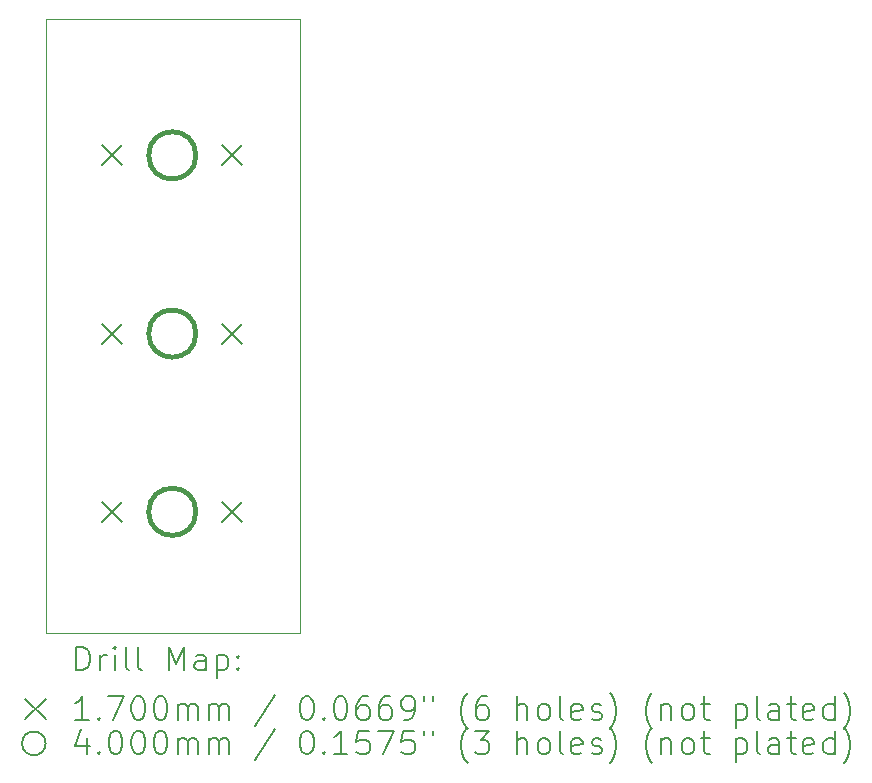
<source format=gbr>
%TF.GenerationSoftware,KiCad,Pcbnew,8.0.6*%
%TF.CreationDate,2024-10-21T23:56:26-04:00*%
%TF.ProjectId,Hackpad,4861636b-7061-4642-9e6b-696361645f70,rev?*%
%TF.SameCoordinates,Original*%
%TF.FileFunction,Drillmap*%
%TF.FilePolarity,Positive*%
%FSLAX45Y45*%
G04 Gerber Fmt 4.5, Leading zero omitted, Abs format (unit mm)*
G04 Created by KiCad (PCBNEW 8.0.6) date 2024-10-21 23:56:26*
%MOMM*%
%LPD*%
G01*
G04 APERTURE LIST*
%ADD10C,0.050000*%
%ADD11C,0.200000*%
%ADD12C,0.170000*%
%ADD13C,0.400000*%
G04 APERTURE END LIST*
D10*
X14550000Y-5600000D02*
X16700000Y-5600000D01*
X16700000Y-10800000D01*
X14550000Y-10800000D01*
X14550000Y-5600000D01*
D11*
D12*
X15027100Y-6669000D02*
X15197100Y-6839000D01*
X15197100Y-6669000D02*
X15027100Y-6839000D01*
X15027100Y-8178000D02*
X15197100Y-8348000D01*
X15197100Y-8178000D02*
X15027100Y-8348000D01*
X15027100Y-9687000D02*
X15197100Y-9857000D01*
X15197100Y-9687000D02*
X15027100Y-9857000D01*
X16043100Y-6669000D02*
X16213100Y-6839000D01*
X16213100Y-6669000D02*
X16043100Y-6839000D01*
X16043100Y-8178000D02*
X16213100Y-8348000D01*
X16213100Y-8178000D02*
X16043100Y-8348000D01*
X16043100Y-9687000D02*
X16213100Y-9857000D01*
X16213100Y-9687000D02*
X16043100Y-9857000D01*
D13*
X15820100Y-6754000D02*
G75*
G02*
X15420100Y-6754000I-200000J0D01*
G01*
X15420100Y-6754000D02*
G75*
G02*
X15820100Y-6754000I200000J0D01*
G01*
X15820100Y-8263000D02*
G75*
G02*
X15420100Y-8263000I-200000J0D01*
G01*
X15420100Y-8263000D02*
G75*
G02*
X15820100Y-8263000I200000J0D01*
G01*
X15820100Y-9772000D02*
G75*
G02*
X15420100Y-9772000I-200000J0D01*
G01*
X15420100Y-9772000D02*
G75*
G02*
X15820100Y-9772000I200000J0D01*
G01*
D11*
X14808277Y-11113984D02*
X14808277Y-10913984D01*
X14808277Y-10913984D02*
X14855896Y-10913984D01*
X14855896Y-10913984D02*
X14884467Y-10923508D01*
X14884467Y-10923508D02*
X14903515Y-10942555D01*
X14903515Y-10942555D02*
X14913039Y-10961603D01*
X14913039Y-10961603D02*
X14922562Y-10999698D01*
X14922562Y-10999698D02*
X14922562Y-11028270D01*
X14922562Y-11028270D02*
X14913039Y-11066365D01*
X14913039Y-11066365D02*
X14903515Y-11085412D01*
X14903515Y-11085412D02*
X14884467Y-11104460D01*
X14884467Y-11104460D02*
X14855896Y-11113984D01*
X14855896Y-11113984D02*
X14808277Y-11113984D01*
X15008277Y-11113984D02*
X15008277Y-10980650D01*
X15008277Y-11018746D02*
X15017801Y-10999698D01*
X15017801Y-10999698D02*
X15027324Y-10990174D01*
X15027324Y-10990174D02*
X15046372Y-10980650D01*
X15046372Y-10980650D02*
X15065420Y-10980650D01*
X15132086Y-11113984D02*
X15132086Y-10980650D01*
X15132086Y-10913984D02*
X15122562Y-10923508D01*
X15122562Y-10923508D02*
X15132086Y-10933031D01*
X15132086Y-10933031D02*
X15141610Y-10923508D01*
X15141610Y-10923508D02*
X15132086Y-10913984D01*
X15132086Y-10913984D02*
X15132086Y-10933031D01*
X15255896Y-11113984D02*
X15236848Y-11104460D01*
X15236848Y-11104460D02*
X15227324Y-11085412D01*
X15227324Y-11085412D02*
X15227324Y-10913984D01*
X15360658Y-11113984D02*
X15341610Y-11104460D01*
X15341610Y-11104460D02*
X15332086Y-11085412D01*
X15332086Y-11085412D02*
X15332086Y-10913984D01*
X15589229Y-11113984D02*
X15589229Y-10913984D01*
X15589229Y-10913984D02*
X15655896Y-11056841D01*
X15655896Y-11056841D02*
X15722562Y-10913984D01*
X15722562Y-10913984D02*
X15722562Y-11113984D01*
X15903515Y-11113984D02*
X15903515Y-11009222D01*
X15903515Y-11009222D02*
X15893991Y-10990174D01*
X15893991Y-10990174D02*
X15874943Y-10980650D01*
X15874943Y-10980650D02*
X15836848Y-10980650D01*
X15836848Y-10980650D02*
X15817801Y-10990174D01*
X15903515Y-11104460D02*
X15884467Y-11113984D01*
X15884467Y-11113984D02*
X15836848Y-11113984D01*
X15836848Y-11113984D02*
X15817801Y-11104460D01*
X15817801Y-11104460D02*
X15808277Y-11085412D01*
X15808277Y-11085412D02*
X15808277Y-11066365D01*
X15808277Y-11066365D02*
X15817801Y-11047317D01*
X15817801Y-11047317D02*
X15836848Y-11037793D01*
X15836848Y-11037793D02*
X15884467Y-11037793D01*
X15884467Y-11037793D02*
X15903515Y-11028270D01*
X15998753Y-10980650D02*
X15998753Y-11180650D01*
X15998753Y-10990174D02*
X16017801Y-10980650D01*
X16017801Y-10980650D02*
X16055896Y-10980650D01*
X16055896Y-10980650D02*
X16074943Y-10990174D01*
X16074943Y-10990174D02*
X16084467Y-10999698D01*
X16084467Y-10999698D02*
X16093991Y-11018746D01*
X16093991Y-11018746D02*
X16093991Y-11075889D01*
X16093991Y-11075889D02*
X16084467Y-11094936D01*
X16084467Y-11094936D02*
X16074943Y-11104460D01*
X16074943Y-11104460D02*
X16055896Y-11113984D01*
X16055896Y-11113984D02*
X16017801Y-11113984D01*
X16017801Y-11113984D02*
X15998753Y-11104460D01*
X16179705Y-11094936D02*
X16189229Y-11104460D01*
X16189229Y-11104460D02*
X16179705Y-11113984D01*
X16179705Y-11113984D02*
X16170182Y-11104460D01*
X16170182Y-11104460D02*
X16179705Y-11094936D01*
X16179705Y-11094936D02*
X16179705Y-11113984D01*
X16179705Y-10990174D02*
X16189229Y-10999698D01*
X16189229Y-10999698D02*
X16179705Y-11009222D01*
X16179705Y-11009222D02*
X16170182Y-10999698D01*
X16170182Y-10999698D02*
X16179705Y-10990174D01*
X16179705Y-10990174D02*
X16179705Y-11009222D01*
D12*
X14377500Y-11357500D02*
X14547500Y-11527500D01*
X14547500Y-11357500D02*
X14377500Y-11527500D01*
D11*
X14913039Y-11533984D02*
X14798753Y-11533984D01*
X14855896Y-11533984D02*
X14855896Y-11333984D01*
X14855896Y-11333984D02*
X14836848Y-11362555D01*
X14836848Y-11362555D02*
X14817801Y-11381603D01*
X14817801Y-11381603D02*
X14798753Y-11391127D01*
X14998753Y-11514936D02*
X15008277Y-11524460D01*
X15008277Y-11524460D02*
X14998753Y-11533984D01*
X14998753Y-11533984D02*
X14989229Y-11524460D01*
X14989229Y-11524460D02*
X14998753Y-11514936D01*
X14998753Y-11514936D02*
X14998753Y-11533984D01*
X15074943Y-11333984D02*
X15208277Y-11333984D01*
X15208277Y-11333984D02*
X15122562Y-11533984D01*
X15322562Y-11333984D02*
X15341610Y-11333984D01*
X15341610Y-11333984D02*
X15360658Y-11343508D01*
X15360658Y-11343508D02*
X15370182Y-11353031D01*
X15370182Y-11353031D02*
X15379705Y-11372079D01*
X15379705Y-11372079D02*
X15389229Y-11410174D01*
X15389229Y-11410174D02*
X15389229Y-11457793D01*
X15389229Y-11457793D02*
X15379705Y-11495888D01*
X15379705Y-11495888D02*
X15370182Y-11514936D01*
X15370182Y-11514936D02*
X15360658Y-11524460D01*
X15360658Y-11524460D02*
X15341610Y-11533984D01*
X15341610Y-11533984D02*
X15322562Y-11533984D01*
X15322562Y-11533984D02*
X15303515Y-11524460D01*
X15303515Y-11524460D02*
X15293991Y-11514936D01*
X15293991Y-11514936D02*
X15284467Y-11495888D01*
X15284467Y-11495888D02*
X15274943Y-11457793D01*
X15274943Y-11457793D02*
X15274943Y-11410174D01*
X15274943Y-11410174D02*
X15284467Y-11372079D01*
X15284467Y-11372079D02*
X15293991Y-11353031D01*
X15293991Y-11353031D02*
X15303515Y-11343508D01*
X15303515Y-11343508D02*
X15322562Y-11333984D01*
X15513039Y-11333984D02*
X15532086Y-11333984D01*
X15532086Y-11333984D02*
X15551134Y-11343508D01*
X15551134Y-11343508D02*
X15560658Y-11353031D01*
X15560658Y-11353031D02*
X15570182Y-11372079D01*
X15570182Y-11372079D02*
X15579705Y-11410174D01*
X15579705Y-11410174D02*
X15579705Y-11457793D01*
X15579705Y-11457793D02*
X15570182Y-11495888D01*
X15570182Y-11495888D02*
X15560658Y-11514936D01*
X15560658Y-11514936D02*
X15551134Y-11524460D01*
X15551134Y-11524460D02*
X15532086Y-11533984D01*
X15532086Y-11533984D02*
X15513039Y-11533984D01*
X15513039Y-11533984D02*
X15493991Y-11524460D01*
X15493991Y-11524460D02*
X15484467Y-11514936D01*
X15484467Y-11514936D02*
X15474943Y-11495888D01*
X15474943Y-11495888D02*
X15465420Y-11457793D01*
X15465420Y-11457793D02*
X15465420Y-11410174D01*
X15465420Y-11410174D02*
X15474943Y-11372079D01*
X15474943Y-11372079D02*
X15484467Y-11353031D01*
X15484467Y-11353031D02*
X15493991Y-11343508D01*
X15493991Y-11343508D02*
X15513039Y-11333984D01*
X15665420Y-11533984D02*
X15665420Y-11400650D01*
X15665420Y-11419698D02*
X15674943Y-11410174D01*
X15674943Y-11410174D02*
X15693991Y-11400650D01*
X15693991Y-11400650D02*
X15722563Y-11400650D01*
X15722563Y-11400650D02*
X15741610Y-11410174D01*
X15741610Y-11410174D02*
X15751134Y-11429222D01*
X15751134Y-11429222D02*
X15751134Y-11533984D01*
X15751134Y-11429222D02*
X15760658Y-11410174D01*
X15760658Y-11410174D02*
X15779705Y-11400650D01*
X15779705Y-11400650D02*
X15808277Y-11400650D01*
X15808277Y-11400650D02*
X15827324Y-11410174D01*
X15827324Y-11410174D02*
X15836848Y-11429222D01*
X15836848Y-11429222D02*
X15836848Y-11533984D01*
X15932086Y-11533984D02*
X15932086Y-11400650D01*
X15932086Y-11419698D02*
X15941610Y-11410174D01*
X15941610Y-11410174D02*
X15960658Y-11400650D01*
X15960658Y-11400650D02*
X15989229Y-11400650D01*
X15989229Y-11400650D02*
X16008277Y-11410174D01*
X16008277Y-11410174D02*
X16017801Y-11429222D01*
X16017801Y-11429222D02*
X16017801Y-11533984D01*
X16017801Y-11429222D02*
X16027324Y-11410174D01*
X16027324Y-11410174D02*
X16046372Y-11400650D01*
X16046372Y-11400650D02*
X16074943Y-11400650D01*
X16074943Y-11400650D02*
X16093991Y-11410174D01*
X16093991Y-11410174D02*
X16103515Y-11429222D01*
X16103515Y-11429222D02*
X16103515Y-11533984D01*
X16493991Y-11324460D02*
X16322563Y-11581603D01*
X16751134Y-11333984D02*
X16770182Y-11333984D01*
X16770182Y-11333984D02*
X16789229Y-11343508D01*
X16789229Y-11343508D02*
X16798753Y-11353031D01*
X16798753Y-11353031D02*
X16808277Y-11372079D01*
X16808277Y-11372079D02*
X16817801Y-11410174D01*
X16817801Y-11410174D02*
X16817801Y-11457793D01*
X16817801Y-11457793D02*
X16808277Y-11495888D01*
X16808277Y-11495888D02*
X16798753Y-11514936D01*
X16798753Y-11514936D02*
X16789229Y-11524460D01*
X16789229Y-11524460D02*
X16770182Y-11533984D01*
X16770182Y-11533984D02*
X16751134Y-11533984D01*
X16751134Y-11533984D02*
X16732086Y-11524460D01*
X16732086Y-11524460D02*
X16722563Y-11514936D01*
X16722563Y-11514936D02*
X16713039Y-11495888D01*
X16713039Y-11495888D02*
X16703515Y-11457793D01*
X16703515Y-11457793D02*
X16703515Y-11410174D01*
X16703515Y-11410174D02*
X16713039Y-11372079D01*
X16713039Y-11372079D02*
X16722563Y-11353031D01*
X16722563Y-11353031D02*
X16732086Y-11343508D01*
X16732086Y-11343508D02*
X16751134Y-11333984D01*
X16903515Y-11514936D02*
X16913039Y-11524460D01*
X16913039Y-11524460D02*
X16903515Y-11533984D01*
X16903515Y-11533984D02*
X16893991Y-11524460D01*
X16893991Y-11524460D02*
X16903515Y-11514936D01*
X16903515Y-11514936D02*
X16903515Y-11533984D01*
X17036848Y-11333984D02*
X17055896Y-11333984D01*
X17055896Y-11333984D02*
X17074944Y-11343508D01*
X17074944Y-11343508D02*
X17084468Y-11353031D01*
X17084468Y-11353031D02*
X17093991Y-11372079D01*
X17093991Y-11372079D02*
X17103515Y-11410174D01*
X17103515Y-11410174D02*
X17103515Y-11457793D01*
X17103515Y-11457793D02*
X17093991Y-11495888D01*
X17093991Y-11495888D02*
X17084468Y-11514936D01*
X17084468Y-11514936D02*
X17074944Y-11524460D01*
X17074944Y-11524460D02*
X17055896Y-11533984D01*
X17055896Y-11533984D02*
X17036848Y-11533984D01*
X17036848Y-11533984D02*
X17017801Y-11524460D01*
X17017801Y-11524460D02*
X17008277Y-11514936D01*
X17008277Y-11514936D02*
X16998753Y-11495888D01*
X16998753Y-11495888D02*
X16989229Y-11457793D01*
X16989229Y-11457793D02*
X16989229Y-11410174D01*
X16989229Y-11410174D02*
X16998753Y-11372079D01*
X16998753Y-11372079D02*
X17008277Y-11353031D01*
X17008277Y-11353031D02*
X17017801Y-11343508D01*
X17017801Y-11343508D02*
X17036848Y-11333984D01*
X17274944Y-11333984D02*
X17236848Y-11333984D01*
X17236848Y-11333984D02*
X17217801Y-11343508D01*
X17217801Y-11343508D02*
X17208277Y-11353031D01*
X17208277Y-11353031D02*
X17189229Y-11381603D01*
X17189229Y-11381603D02*
X17179706Y-11419698D01*
X17179706Y-11419698D02*
X17179706Y-11495888D01*
X17179706Y-11495888D02*
X17189229Y-11514936D01*
X17189229Y-11514936D02*
X17198753Y-11524460D01*
X17198753Y-11524460D02*
X17217801Y-11533984D01*
X17217801Y-11533984D02*
X17255896Y-11533984D01*
X17255896Y-11533984D02*
X17274944Y-11524460D01*
X17274944Y-11524460D02*
X17284468Y-11514936D01*
X17284468Y-11514936D02*
X17293991Y-11495888D01*
X17293991Y-11495888D02*
X17293991Y-11448269D01*
X17293991Y-11448269D02*
X17284468Y-11429222D01*
X17284468Y-11429222D02*
X17274944Y-11419698D01*
X17274944Y-11419698D02*
X17255896Y-11410174D01*
X17255896Y-11410174D02*
X17217801Y-11410174D01*
X17217801Y-11410174D02*
X17198753Y-11419698D01*
X17198753Y-11419698D02*
X17189229Y-11429222D01*
X17189229Y-11429222D02*
X17179706Y-11448269D01*
X17465420Y-11333984D02*
X17427325Y-11333984D01*
X17427325Y-11333984D02*
X17408277Y-11343508D01*
X17408277Y-11343508D02*
X17398753Y-11353031D01*
X17398753Y-11353031D02*
X17379706Y-11381603D01*
X17379706Y-11381603D02*
X17370182Y-11419698D01*
X17370182Y-11419698D02*
X17370182Y-11495888D01*
X17370182Y-11495888D02*
X17379706Y-11514936D01*
X17379706Y-11514936D02*
X17389229Y-11524460D01*
X17389229Y-11524460D02*
X17408277Y-11533984D01*
X17408277Y-11533984D02*
X17446372Y-11533984D01*
X17446372Y-11533984D02*
X17465420Y-11524460D01*
X17465420Y-11524460D02*
X17474944Y-11514936D01*
X17474944Y-11514936D02*
X17484468Y-11495888D01*
X17484468Y-11495888D02*
X17484468Y-11448269D01*
X17484468Y-11448269D02*
X17474944Y-11429222D01*
X17474944Y-11429222D02*
X17465420Y-11419698D01*
X17465420Y-11419698D02*
X17446372Y-11410174D01*
X17446372Y-11410174D02*
X17408277Y-11410174D01*
X17408277Y-11410174D02*
X17389229Y-11419698D01*
X17389229Y-11419698D02*
X17379706Y-11429222D01*
X17379706Y-11429222D02*
X17370182Y-11448269D01*
X17579706Y-11533984D02*
X17617801Y-11533984D01*
X17617801Y-11533984D02*
X17636849Y-11524460D01*
X17636849Y-11524460D02*
X17646372Y-11514936D01*
X17646372Y-11514936D02*
X17665420Y-11486365D01*
X17665420Y-11486365D02*
X17674944Y-11448269D01*
X17674944Y-11448269D02*
X17674944Y-11372079D01*
X17674944Y-11372079D02*
X17665420Y-11353031D01*
X17665420Y-11353031D02*
X17655896Y-11343508D01*
X17655896Y-11343508D02*
X17636849Y-11333984D01*
X17636849Y-11333984D02*
X17598753Y-11333984D01*
X17598753Y-11333984D02*
X17579706Y-11343508D01*
X17579706Y-11343508D02*
X17570182Y-11353031D01*
X17570182Y-11353031D02*
X17560658Y-11372079D01*
X17560658Y-11372079D02*
X17560658Y-11419698D01*
X17560658Y-11419698D02*
X17570182Y-11438746D01*
X17570182Y-11438746D02*
X17579706Y-11448269D01*
X17579706Y-11448269D02*
X17598753Y-11457793D01*
X17598753Y-11457793D02*
X17636849Y-11457793D01*
X17636849Y-11457793D02*
X17655896Y-11448269D01*
X17655896Y-11448269D02*
X17665420Y-11438746D01*
X17665420Y-11438746D02*
X17674944Y-11419698D01*
X17751134Y-11333984D02*
X17751134Y-11372079D01*
X17827325Y-11333984D02*
X17827325Y-11372079D01*
X18122563Y-11610174D02*
X18113039Y-11600650D01*
X18113039Y-11600650D02*
X18093991Y-11572079D01*
X18093991Y-11572079D02*
X18084468Y-11553031D01*
X18084468Y-11553031D02*
X18074944Y-11524460D01*
X18074944Y-11524460D02*
X18065420Y-11476841D01*
X18065420Y-11476841D02*
X18065420Y-11438746D01*
X18065420Y-11438746D02*
X18074944Y-11391127D01*
X18074944Y-11391127D02*
X18084468Y-11362555D01*
X18084468Y-11362555D02*
X18093991Y-11343508D01*
X18093991Y-11343508D02*
X18113039Y-11314936D01*
X18113039Y-11314936D02*
X18122563Y-11305412D01*
X18284468Y-11333984D02*
X18246372Y-11333984D01*
X18246372Y-11333984D02*
X18227325Y-11343508D01*
X18227325Y-11343508D02*
X18217801Y-11353031D01*
X18217801Y-11353031D02*
X18198753Y-11381603D01*
X18198753Y-11381603D02*
X18189230Y-11419698D01*
X18189230Y-11419698D02*
X18189230Y-11495888D01*
X18189230Y-11495888D02*
X18198753Y-11514936D01*
X18198753Y-11514936D02*
X18208277Y-11524460D01*
X18208277Y-11524460D02*
X18227325Y-11533984D01*
X18227325Y-11533984D02*
X18265420Y-11533984D01*
X18265420Y-11533984D02*
X18284468Y-11524460D01*
X18284468Y-11524460D02*
X18293991Y-11514936D01*
X18293991Y-11514936D02*
X18303515Y-11495888D01*
X18303515Y-11495888D02*
X18303515Y-11448269D01*
X18303515Y-11448269D02*
X18293991Y-11429222D01*
X18293991Y-11429222D02*
X18284468Y-11419698D01*
X18284468Y-11419698D02*
X18265420Y-11410174D01*
X18265420Y-11410174D02*
X18227325Y-11410174D01*
X18227325Y-11410174D02*
X18208277Y-11419698D01*
X18208277Y-11419698D02*
X18198753Y-11429222D01*
X18198753Y-11429222D02*
X18189230Y-11448269D01*
X18541611Y-11533984D02*
X18541611Y-11333984D01*
X18627325Y-11533984D02*
X18627325Y-11429222D01*
X18627325Y-11429222D02*
X18617801Y-11410174D01*
X18617801Y-11410174D02*
X18598753Y-11400650D01*
X18598753Y-11400650D02*
X18570182Y-11400650D01*
X18570182Y-11400650D02*
X18551134Y-11410174D01*
X18551134Y-11410174D02*
X18541611Y-11419698D01*
X18751134Y-11533984D02*
X18732087Y-11524460D01*
X18732087Y-11524460D02*
X18722563Y-11514936D01*
X18722563Y-11514936D02*
X18713039Y-11495888D01*
X18713039Y-11495888D02*
X18713039Y-11438746D01*
X18713039Y-11438746D02*
X18722563Y-11419698D01*
X18722563Y-11419698D02*
X18732087Y-11410174D01*
X18732087Y-11410174D02*
X18751134Y-11400650D01*
X18751134Y-11400650D02*
X18779706Y-11400650D01*
X18779706Y-11400650D02*
X18798753Y-11410174D01*
X18798753Y-11410174D02*
X18808277Y-11419698D01*
X18808277Y-11419698D02*
X18817801Y-11438746D01*
X18817801Y-11438746D02*
X18817801Y-11495888D01*
X18817801Y-11495888D02*
X18808277Y-11514936D01*
X18808277Y-11514936D02*
X18798753Y-11524460D01*
X18798753Y-11524460D02*
X18779706Y-11533984D01*
X18779706Y-11533984D02*
X18751134Y-11533984D01*
X18932087Y-11533984D02*
X18913039Y-11524460D01*
X18913039Y-11524460D02*
X18903515Y-11505412D01*
X18903515Y-11505412D02*
X18903515Y-11333984D01*
X19084468Y-11524460D02*
X19065420Y-11533984D01*
X19065420Y-11533984D02*
X19027325Y-11533984D01*
X19027325Y-11533984D02*
X19008277Y-11524460D01*
X19008277Y-11524460D02*
X18998753Y-11505412D01*
X18998753Y-11505412D02*
X18998753Y-11429222D01*
X18998753Y-11429222D02*
X19008277Y-11410174D01*
X19008277Y-11410174D02*
X19027325Y-11400650D01*
X19027325Y-11400650D02*
X19065420Y-11400650D01*
X19065420Y-11400650D02*
X19084468Y-11410174D01*
X19084468Y-11410174D02*
X19093992Y-11429222D01*
X19093992Y-11429222D02*
X19093992Y-11448269D01*
X19093992Y-11448269D02*
X18998753Y-11467317D01*
X19170182Y-11524460D02*
X19189230Y-11533984D01*
X19189230Y-11533984D02*
X19227325Y-11533984D01*
X19227325Y-11533984D02*
X19246373Y-11524460D01*
X19246373Y-11524460D02*
X19255896Y-11505412D01*
X19255896Y-11505412D02*
X19255896Y-11495888D01*
X19255896Y-11495888D02*
X19246373Y-11476841D01*
X19246373Y-11476841D02*
X19227325Y-11467317D01*
X19227325Y-11467317D02*
X19198753Y-11467317D01*
X19198753Y-11467317D02*
X19179706Y-11457793D01*
X19179706Y-11457793D02*
X19170182Y-11438746D01*
X19170182Y-11438746D02*
X19170182Y-11429222D01*
X19170182Y-11429222D02*
X19179706Y-11410174D01*
X19179706Y-11410174D02*
X19198753Y-11400650D01*
X19198753Y-11400650D02*
X19227325Y-11400650D01*
X19227325Y-11400650D02*
X19246373Y-11410174D01*
X19322563Y-11610174D02*
X19332087Y-11600650D01*
X19332087Y-11600650D02*
X19351134Y-11572079D01*
X19351134Y-11572079D02*
X19360658Y-11553031D01*
X19360658Y-11553031D02*
X19370182Y-11524460D01*
X19370182Y-11524460D02*
X19379706Y-11476841D01*
X19379706Y-11476841D02*
X19379706Y-11438746D01*
X19379706Y-11438746D02*
X19370182Y-11391127D01*
X19370182Y-11391127D02*
X19360658Y-11362555D01*
X19360658Y-11362555D02*
X19351134Y-11343508D01*
X19351134Y-11343508D02*
X19332087Y-11314936D01*
X19332087Y-11314936D02*
X19322563Y-11305412D01*
X19684468Y-11610174D02*
X19674944Y-11600650D01*
X19674944Y-11600650D02*
X19655896Y-11572079D01*
X19655896Y-11572079D02*
X19646373Y-11553031D01*
X19646373Y-11553031D02*
X19636849Y-11524460D01*
X19636849Y-11524460D02*
X19627325Y-11476841D01*
X19627325Y-11476841D02*
X19627325Y-11438746D01*
X19627325Y-11438746D02*
X19636849Y-11391127D01*
X19636849Y-11391127D02*
X19646373Y-11362555D01*
X19646373Y-11362555D02*
X19655896Y-11343508D01*
X19655896Y-11343508D02*
X19674944Y-11314936D01*
X19674944Y-11314936D02*
X19684468Y-11305412D01*
X19760658Y-11400650D02*
X19760658Y-11533984D01*
X19760658Y-11419698D02*
X19770182Y-11410174D01*
X19770182Y-11410174D02*
X19789230Y-11400650D01*
X19789230Y-11400650D02*
X19817801Y-11400650D01*
X19817801Y-11400650D02*
X19836849Y-11410174D01*
X19836849Y-11410174D02*
X19846373Y-11429222D01*
X19846373Y-11429222D02*
X19846373Y-11533984D01*
X19970182Y-11533984D02*
X19951134Y-11524460D01*
X19951134Y-11524460D02*
X19941611Y-11514936D01*
X19941611Y-11514936D02*
X19932087Y-11495888D01*
X19932087Y-11495888D02*
X19932087Y-11438746D01*
X19932087Y-11438746D02*
X19941611Y-11419698D01*
X19941611Y-11419698D02*
X19951134Y-11410174D01*
X19951134Y-11410174D02*
X19970182Y-11400650D01*
X19970182Y-11400650D02*
X19998754Y-11400650D01*
X19998754Y-11400650D02*
X20017801Y-11410174D01*
X20017801Y-11410174D02*
X20027325Y-11419698D01*
X20027325Y-11419698D02*
X20036849Y-11438746D01*
X20036849Y-11438746D02*
X20036849Y-11495888D01*
X20036849Y-11495888D02*
X20027325Y-11514936D01*
X20027325Y-11514936D02*
X20017801Y-11524460D01*
X20017801Y-11524460D02*
X19998754Y-11533984D01*
X19998754Y-11533984D02*
X19970182Y-11533984D01*
X20093992Y-11400650D02*
X20170182Y-11400650D01*
X20122563Y-11333984D02*
X20122563Y-11505412D01*
X20122563Y-11505412D02*
X20132087Y-11524460D01*
X20132087Y-11524460D02*
X20151134Y-11533984D01*
X20151134Y-11533984D02*
X20170182Y-11533984D01*
X20389230Y-11400650D02*
X20389230Y-11600650D01*
X20389230Y-11410174D02*
X20408277Y-11400650D01*
X20408277Y-11400650D02*
X20446373Y-11400650D01*
X20446373Y-11400650D02*
X20465420Y-11410174D01*
X20465420Y-11410174D02*
X20474944Y-11419698D01*
X20474944Y-11419698D02*
X20484468Y-11438746D01*
X20484468Y-11438746D02*
X20484468Y-11495888D01*
X20484468Y-11495888D02*
X20474944Y-11514936D01*
X20474944Y-11514936D02*
X20465420Y-11524460D01*
X20465420Y-11524460D02*
X20446373Y-11533984D01*
X20446373Y-11533984D02*
X20408277Y-11533984D01*
X20408277Y-11533984D02*
X20389230Y-11524460D01*
X20598754Y-11533984D02*
X20579706Y-11524460D01*
X20579706Y-11524460D02*
X20570182Y-11505412D01*
X20570182Y-11505412D02*
X20570182Y-11333984D01*
X20760658Y-11533984D02*
X20760658Y-11429222D01*
X20760658Y-11429222D02*
X20751135Y-11410174D01*
X20751135Y-11410174D02*
X20732087Y-11400650D01*
X20732087Y-11400650D02*
X20693992Y-11400650D01*
X20693992Y-11400650D02*
X20674944Y-11410174D01*
X20760658Y-11524460D02*
X20741611Y-11533984D01*
X20741611Y-11533984D02*
X20693992Y-11533984D01*
X20693992Y-11533984D02*
X20674944Y-11524460D01*
X20674944Y-11524460D02*
X20665420Y-11505412D01*
X20665420Y-11505412D02*
X20665420Y-11486365D01*
X20665420Y-11486365D02*
X20674944Y-11467317D01*
X20674944Y-11467317D02*
X20693992Y-11457793D01*
X20693992Y-11457793D02*
X20741611Y-11457793D01*
X20741611Y-11457793D02*
X20760658Y-11448269D01*
X20827325Y-11400650D02*
X20903515Y-11400650D01*
X20855896Y-11333984D02*
X20855896Y-11505412D01*
X20855896Y-11505412D02*
X20865420Y-11524460D01*
X20865420Y-11524460D02*
X20884468Y-11533984D01*
X20884468Y-11533984D02*
X20903515Y-11533984D01*
X21046373Y-11524460D02*
X21027325Y-11533984D01*
X21027325Y-11533984D02*
X20989230Y-11533984D01*
X20989230Y-11533984D02*
X20970182Y-11524460D01*
X20970182Y-11524460D02*
X20960658Y-11505412D01*
X20960658Y-11505412D02*
X20960658Y-11429222D01*
X20960658Y-11429222D02*
X20970182Y-11410174D01*
X20970182Y-11410174D02*
X20989230Y-11400650D01*
X20989230Y-11400650D02*
X21027325Y-11400650D01*
X21027325Y-11400650D02*
X21046373Y-11410174D01*
X21046373Y-11410174D02*
X21055896Y-11429222D01*
X21055896Y-11429222D02*
X21055896Y-11448269D01*
X21055896Y-11448269D02*
X20960658Y-11467317D01*
X21227325Y-11533984D02*
X21227325Y-11333984D01*
X21227325Y-11524460D02*
X21208277Y-11533984D01*
X21208277Y-11533984D02*
X21170182Y-11533984D01*
X21170182Y-11533984D02*
X21151135Y-11524460D01*
X21151135Y-11524460D02*
X21141611Y-11514936D01*
X21141611Y-11514936D02*
X21132087Y-11495888D01*
X21132087Y-11495888D02*
X21132087Y-11438746D01*
X21132087Y-11438746D02*
X21141611Y-11419698D01*
X21141611Y-11419698D02*
X21151135Y-11410174D01*
X21151135Y-11410174D02*
X21170182Y-11400650D01*
X21170182Y-11400650D02*
X21208277Y-11400650D01*
X21208277Y-11400650D02*
X21227325Y-11410174D01*
X21303516Y-11610174D02*
X21313039Y-11600650D01*
X21313039Y-11600650D02*
X21332087Y-11572079D01*
X21332087Y-11572079D02*
X21341611Y-11553031D01*
X21341611Y-11553031D02*
X21351135Y-11524460D01*
X21351135Y-11524460D02*
X21360658Y-11476841D01*
X21360658Y-11476841D02*
X21360658Y-11438746D01*
X21360658Y-11438746D02*
X21351135Y-11391127D01*
X21351135Y-11391127D02*
X21341611Y-11362555D01*
X21341611Y-11362555D02*
X21332087Y-11343508D01*
X21332087Y-11343508D02*
X21313039Y-11314936D01*
X21313039Y-11314936D02*
X21303516Y-11305412D01*
X14547500Y-11732500D02*
G75*
G02*
X14347500Y-11732500I-100000J0D01*
G01*
X14347500Y-11732500D02*
G75*
G02*
X14547500Y-11732500I100000J0D01*
G01*
X14893991Y-11690650D02*
X14893991Y-11823984D01*
X14846372Y-11614460D02*
X14798753Y-11757317D01*
X14798753Y-11757317D02*
X14922562Y-11757317D01*
X14998753Y-11804936D02*
X15008277Y-11814460D01*
X15008277Y-11814460D02*
X14998753Y-11823984D01*
X14998753Y-11823984D02*
X14989229Y-11814460D01*
X14989229Y-11814460D02*
X14998753Y-11804936D01*
X14998753Y-11804936D02*
X14998753Y-11823984D01*
X15132086Y-11623984D02*
X15151134Y-11623984D01*
X15151134Y-11623984D02*
X15170182Y-11633508D01*
X15170182Y-11633508D02*
X15179705Y-11643031D01*
X15179705Y-11643031D02*
X15189229Y-11662079D01*
X15189229Y-11662079D02*
X15198753Y-11700174D01*
X15198753Y-11700174D02*
X15198753Y-11747793D01*
X15198753Y-11747793D02*
X15189229Y-11785888D01*
X15189229Y-11785888D02*
X15179705Y-11804936D01*
X15179705Y-11804936D02*
X15170182Y-11814460D01*
X15170182Y-11814460D02*
X15151134Y-11823984D01*
X15151134Y-11823984D02*
X15132086Y-11823984D01*
X15132086Y-11823984D02*
X15113039Y-11814460D01*
X15113039Y-11814460D02*
X15103515Y-11804936D01*
X15103515Y-11804936D02*
X15093991Y-11785888D01*
X15093991Y-11785888D02*
X15084467Y-11747793D01*
X15084467Y-11747793D02*
X15084467Y-11700174D01*
X15084467Y-11700174D02*
X15093991Y-11662079D01*
X15093991Y-11662079D02*
X15103515Y-11643031D01*
X15103515Y-11643031D02*
X15113039Y-11633508D01*
X15113039Y-11633508D02*
X15132086Y-11623984D01*
X15322562Y-11623984D02*
X15341610Y-11623984D01*
X15341610Y-11623984D02*
X15360658Y-11633508D01*
X15360658Y-11633508D02*
X15370182Y-11643031D01*
X15370182Y-11643031D02*
X15379705Y-11662079D01*
X15379705Y-11662079D02*
X15389229Y-11700174D01*
X15389229Y-11700174D02*
X15389229Y-11747793D01*
X15389229Y-11747793D02*
X15379705Y-11785888D01*
X15379705Y-11785888D02*
X15370182Y-11804936D01*
X15370182Y-11804936D02*
X15360658Y-11814460D01*
X15360658Y-11814460D02*
X15341610Y-11823984D01*
X15341610Y-11823984D02*
X15322562Y-11823984D01*
X15322562Y-11823984D02*
X15303515Y-11814460D01*
X15303515Y-11814460D02*
X15293991Y-11804936D01*
X15293991Y-11804936D02*
X15284467Y-11785888D01*
X15284467Y-11785888D02*
X15274943Y-11747793D01*
X15274943Y-11747793D02*
X15274943Y-11700174D01*
X15274943Y-11700174D02*
X15284467Y-11662079D01*
X15284467Y-11662079D02*
X15293991Y-11643031D01*
X15293991Y-11643031D02*
X15303515Y-11633508D01*
X15303515Y-11633508D02*
X15322562Y-11623984D01*
X15513039Y-11623984D02*
X15532086Y-11623984D01*
X15532086Y-11623984D02*
X15551134Y-11633508D01*
X15551134Y-11633508D02*
X15560658Y-11643031D01*
X15560658Y-11643031D02*
X15570182Y-11662079D01*
X15570182Y-11662079D02*
X15579705Y-11700174D01*
X15579705Y-11700174D02*
X15579705Y-11747793D01*
X15579705Y-11747793D02*
X15570182Y-11785888D01*
X15570182Y-11785888D02*
X15560658Y-11804936D01*
X15560658Y-11804936D02*
X15551134Y-11814460D01*
X15551134Y-11814460D02*
X15532086Y-11823984D01*
X15532086Y-11823984D02*
X15513039Y-11823984D01*
X15513039Y-11823984D02*
X15493991Y-11814460D01*
X15493991Y-11814460D02*
X15484467Y-11804936D01*
X15484467Y-11804936D02*
X15474943Y-11785888D01*
X15474943Y-11785888D02*
X15465420Y-11747793D01*
X15465420Y-11747793D02*
X15465420Y-11700174D01*
X15465420Y-11700174D02*
X15474943Y-11662079D01*
X15474943Y-11662079D02*
X15484467Y-11643031D01*
X15484467Y-11643031D02*
X15493991Y-11633508D01*
X15493991Y-11633508D02*
X15513039Y-11623984D01*
X15665420Y-11823984D02*
X15665420Y-11690650D01*
X15665420Y-11709698D02*
X15674943Y-11700174D01*
X15674943Y-11700174D02*
X15693991Y-11690650D01*
X15693991Y-11690650D02*
X15722563Y-11690650D01*
X15722563Y-11690650D02*
X15741610Y-11700174D01*
X15741610Y-11700174D02*
X15751134Y-11719222D01*
X15751134Y-11719222D02*
X15751134Y-11823984D01*
X15751134Y-11719222D02*
X15760658Y-11700174D01*
X15760658Y-11700174D02*
X15779705Y-11690650D01*
X15779705Y-11690650D02*
X15808277Y-11690650D01*
X15808277Y-11690650D02*
X15827324Y-11700174D01*
X15827324Y-11700174D02*
X15836848Y-11719222D01*
X15836848Y-11719222D02*
X15836848Y-11823984D01*
X15932086Y-11823984D02*
X15932086Y-11690650D01*
X15932086Y-11709698D02*
X15941610Y-11700174D01*
X15941610Y-11700174D02*
X15960658Y-11690650D01*
X15960658Y-11690650D02*
X15989229Y-11690650D01*
X15989229Y-11690650D02*
X16008277Y-11700174D01*
X16008277Y-11700174D02*
X16017801Y-11719222D01*
X16017801Y-11719222D02*
X16017801Y-11823984D01*
X16017801Y-11719222D02*
X16027324Y-11700174D01*
X16027324Y-11700174D02*
X16046372Y-11690650D01*
X16046372Y-11690650D02*
X16074943Y-11690650D01*
X16074943Y-11690650D02*
X16093991Y-11700174D01*
X16093991Y-11700174D02*
X16103515Y-11719222D01*
X16103515Y-11719222D02*
X16103515Y-11823984D01*
X16493991Y-11614460D02*
X16322563Y-11871603D01*
X16751134Y-11623984D02*
X16770182Y-11623984D01*
X16770182Y-11623984D02*
X16789229Y-11633508D01*
X16789229Y-11633508D02*
X16798753Y-11643031D01*
X16798753Y-11643031D02*
X16808277Y-11662079D01*
X16808277Y-11662079D02*
X16817801Y-11700174D01*
X16817801Y-11700174D02*
X16817801Y-11747793D01*
X16817801Y-11747793D02*
X16808277Y-11785888D01*
X16808277Y-11785888D02*
X16798753Y-11804936D01*
X16798753Y-11804936D02*
X16789229Y-11814460D01*
X16789229Y-11814460D02*
X16770182Y-11823984D01*
X16770182Y-11823984D02*
X16751134Y-11823984D01*
X16751134Y-11823984D02*
X16732086Y-11814460D01*
X16732086Y-11814460D02*
X16722563Y-11804936D01*
X16722563Y-11804936D02*
X16713039Y-11785888D01*
X16713039Y-11785888D02*
X16703515Y-11747793D01*
X16703515Y-11747793D02*
X16703515Y-11700174D01*
X16703515Y-11700174D02*
X16713039Y-11662079D01*
X16713039Y-11662079D02*
X16722563Y-11643031D01*
X16722563Y-11643031D02*
X16732086Y-11633508D01*
X16732086Y-11633508D02*
X16751134Y-11623984D01*
X16903515Y-11804936D02*
X16913039Y-11814460D01*
X16913039Y-11814460D02*
X16903515Y-11823984D01*
X16903515Y-11823984D02*
X16893991Y-11814460D01*
X16893991Y-11814460D02*
X16903515Y-11804936D01*
X16903515Y-11804936D02*
X16903515Y-11823984D01*
X17103515Y-11823984D02*
X16989229Y-11823984D01*
X17046372Y-11823984D02*
X17046372Y-11623984D01*
X17046372Y-11623984D02*
X17027325Y-11652555D01*
X17027325Y-11652555D02*
X17008277Y-11671603D01*
X17008277Y-11671603D02*
X16989229Y-11681127D01*
X17284468Y-11623984D02*
X17189229Y-11623984D01*
X17189229Y-11623984D02*
X17179706Y-11719222D01*
X17179706Y-11719222D02*
X17189229Y-11709698D01*
X17189229Y-11709698D02*
X17208277Y-11700174D01*
X17208277Y-11700174D02*
X17255896Y-11700174D01*
X17255896Y-11700174D02*
X17274944Y-11709698D01*
X17274944Y-11709698D02*
X17284468Y-11719222D01*
X17284468Y-11719222D02*
X17293991Y-11738269D01*
X17293991Y-11738269D02*
X17293991Y-11785888D01*
X17293991Y-11785888D02*
X17284468Y-11804936D01*
X17284468Y-11804936D02*
X17274944Y-11814460D01*
X17274944Y-11814460D02*
X17255896Y-11823984D01*
X17255896Y-11823984D02*
X17208277Y-11823984D01*
X17208277Y-11823984D02*
X17189229Y-11814460D01*
X17189229Y-11814460D02*
X17179706Y-11804936D01*
X17360658Y-11623984D02*
X17493991Y-11623984D01*
X17493991Y-11623984D02*
X17408277Y-11823984D01*
X17665420Y-11623984D02*
X17570182Y-11623984D01*
X17570182Y-11623984D02*
X17560658Y-11719222D01*
X17560658Y-11719222D02*
X17570182Y-11709698D01*
X17570182Y-11709698D02*
X17589229Y-11700174D01*
X17589229Y-11700174D02*
X17636849Y-11700174D01*
X17636849Y-11700174D02*
X17655896Y-11709698D01*
X17655896Y-11709698D02*
X17665420Y-11719222D01*
X17665420Y-11719222D02*
X17674944Y-11738269D01*
X17674944Y-11738269D02*
X17674944Y-11785888D01*
X17674944Y-11785888D02*
X17665420Y-11804936D01*
X17665420Y-11804936D02*
X17655896Y-11814460D01*
X17655896Y-11814460D02*
X17636849Y-11823984D01*
X17636849Y-11823984D02*
X17589229Y-11823984D01*
X17589229Y-11823984D02*
X17570182Y-11814460D01*
X17570182Y-11814460D02*
X17560658Y-11804936D01*
X17751134Y-11623984D02*
X17751134Y-11662079D01*
X17827325Y-11623984D02*
X17827325Y-11662079D01*
X18122563Y-11900174D02*
X18113039Y-11890650D01*
X18113039Y-11890650D02*
X18093991Y-11862079D01*
X18093991Y-11862079D02*
X18084468Y-11843031D01*
X18084468Y-11843031D02*
X18074944Y-11814460D01*
X18074944Y-11814460D02*
X18065420Y-11766841D01*
X18065420Y-11766841D02*
X18065420Y-11728746D01*
X18065420Y-11728746D02*
X18074944Y-11681127D01*
X18074944Y-11681127D02*
X18084468Y-11652555D01*
X18084468Y-11652555D02*
X18093991Y-11633508D01*
X18093991Y-11633508D02*
X18113039Y-11604936D01*
X18113039Y-11604936D02*
X18122563Y-11595412D01*
X18179706Y-11623984D02*
X18303515Y-11623984D01*
X18303515Y-11623984D02*
X18236849Y-11700174D01*
X18236849Y-11700174D02*
X18265420Y-11700174D01*
X18265420Y-11700174D02*
X18284468Y-11709698D01*
X18284468Y-11709698D02*
X18293991Y-11719222D01*
X18293991Y-11719222D02*
X18303515Y-11738269D01*
X18303515Y-11738269D02*
X18303515Y-11785888D01*
X18303515Y-11785888D02*
X18293991Y-11804936D01*
X18293991Y-11804936D02*
X18284468Y-11814460D01*
X18284468Y-11814460D02*
X18265420Y-11823984D01*
X18265420Y-11823984D02*
X18208277Y-11823984D01*
X18208277Y-11823984D02*
X18189230Y-11814460D01*
X18189230Y-11814460D02*
X18179706Y-11804936D01*
X18541611Y-11823984D02*
X18541611Y-11623984D01*
X18627325Y-11823984D02*
X18627325Y-11719222D01*
X18627325Y-11719222D02*
X18617801Y-11700174D01*
X18617801Y-11700174D02*
X18598753Y-11690650D01*
X18598753Y-11690650D02*
X18570182Y-11690650D01*
X18570182Y-11690650D02*
X18551134Y-11700174D01*
X18551134Y-11700174D02*
X18541611Y-11709698D01*
X18751134Y-11823984D02*
X18732087Y-11814460D01*
X18732087Y-11814460D02*
X18722563Y-11804936D01*
X18722563Y-11804936D02*
X18713039Y-11785888D01*
X18713039Y-11785888D02*
X18713039Y-11728746D01*
X18713039Y-11728746D02*
X18722563Y-11709698D01*
X18722563Y-11709698D02*
X18732087Y-11700174D01*
X18732087Y-11700174D02*
X18751134Y-11690650D01*
X18751134Y-11690650D02*
X18779706Y-11690650D01*
X18779706Y-11690650D02*
X18798753Y-11700174D01*
X18798753Y-11700174D02*
X18808277Y-11709698D01*
X18808277Y-11709698D02*
X18817801Y-11728746D01*
X18817801Y-11728746D02*
X18817801Y-11785888D01*
X18817801Y-11785888D02*
X18808277Y-11804936D01*
X18808277Y-11804936D02*
X18798753Y-11814460D01*
X18798753Y-11814460D02*
X18779706Y-11823984D01*
X18779706Y-11823984D02*
X18751134Y-11823984D01*
X18932087Y-11823984D02*
X18913039Y-11814460D01*
X18913039Y-11814460D02*
X18903515Y-11795412D01*
X18903515Y-11795412D02*
X18903515Y-11623984D01*
X19084468Y-11814460D02*
X19065420Y-11823984D01*
X19065420Y-11823984D02*
X19027325Y-11823984D01*
X19027325Y-11823984D02*
X19008277Y-11814460D01*
X19008277Y-11814460D02*
X18998753Y-11795412D01*
X18998753Y-11795412D02*
X18998753Y-11719222D01*
X18998753Y-11719222D02*
X19008277Y-11700174D01*
X19008277Y-11700174D02*
X19027325Y-11690650D01*
X19027325Y-11690650D02*
X19065420Y-11690650D01*
X19065420Y-11690650D02*
X19084468Y-11700174D01*
X19084468Y-11700174D02*
X19093992Y-11719222D01*
X19093992Y-11719222D02*
X19093992Y-11738269D01*
X19093992Y-11738269D02*
X18998753Y-11757317D01*
X19170182Y-11814460D02*
X19189230Y-11823984D01*
X19189230Y-11823984D02*
X19227325Y-11823984D01*
X19227325Y-11823984D02*
X19246373Y-11814460D01*
X19246373Y-11814460D02*
X19255896Y-11795412D01*
X19255896Y-11795412D02*
X19255896Y-11785888D01*
X19255896Y-11785888D02*
X19246373Y-11766841D01*
X19246373Y-11766841D02*
X19227325Y-11757317D01*
X19227325Y-11757317D02*
X19198753Y-11757317D01*
X19198753Y-11757317D02*
X19179706Y-11747793D01*
X19179706Y-11747793D02*
X19170182Y-11728746D01*
X19170182Y-11728746D02*
X19170182Y-11719222D01*
X19170182Y-11719222D02*
X19179706Y-11700174D01*
X19179706Y-11700174D02*
X19198753Y-11690650D01*
X19198753Y-11690650D02*
X19227325Y-11690650D01*
X19227325Y-11690650D02*
X19246373Y-11700174D01*
X19322563Y-11900174D02*
X19332087Y-11890650D01*
X19332087Y-11890650D02*
X19351134Y-11862079D01*
X19351134Y-11862079D02*
X19360658Y-11843031D01*
X19360658Y-11843031D02*
X19370182Y-11814460D01*
X19370182Y-11814460D02*
X19379706Y-11766841D01*
X19379706Y-11766841D02*
X19379706Y-11728746D01*
X19379706Y-11728746D02*
X19370182Y-11681127D01*
X19370182Y-11681127D02*
X19360658Y-11652555D01*
X19360658Y-11652555D02*
X19351134Y-11633508D01*
X19351134Y-11633508D02*
X19332087Y-11604936D01*
X19332087Y-11604936D02*
X19322563Y-11595412D01*
X19684468Y-11900174D02*
X19674944Y-11890650D01*
X19674944Y-11890650D02*
X19655896Y-11862079D01*
X19655896Y-11862079D02*
X19646373Y-11843031D01*
X19646373Y-11843031D02*
X19636849Y-11814460D01*
X19636849Y-11814460D02*
X19627325Y-11766841D01*
X19627325Y-11766841D02*
X19627325Y-11728746D01*
X19627325Y-11728746D02*
X19636849Y-11681127D01*
X19636849Y-11681127D02*
X19646373Y-11652555D01*
X19646373Y-11652555D02*
X19655896Y-11633508D01*
X19655896Y-11633508D02*
X19674944Y-11604936D01*
X19674944Y-11604936D02*
X19684468Y-11595412D01*
X19760658Y-11690650D02*
X19760658Y-11823984D01*
X19760658Y-11709698D02*
X19770182Y-11700174D01*
X19770182Y-11700174D02*
X19789230Y-11690650D01*
X19789230Y-11690650D02*
X19817801Y-11690650D01*
X19817801Y-11690650D02*
X19836849Y-11700174D01*
X19836849Y-11700174D02*
X19846373Y-11719222D01*
X19846373Y-11719222D02*
X19846373Y-11823984D01*
X19970182Y-11823984D02*
X19951134Y-11814460D01*
X19951134Y-11814460D02*
X19941611Y-11804936D01*
X19941611Y-11804936D02*
X19932087Y-11785888D01*
X19932087Y-11785888D02*
X19932087Y-11728746D01*
X19932087Y-11728746D02*
X19941611Y-11709698D01*
X19941611Y-11709698D02*
X19951134Y-11700174D01*
X19951134Y-11700174D02*
X19970182Y-11690650D01*
X19970182Y-11690650D02*
X19998754Y-11690650D01*
X19998754Y-11690650D02*
X20017801Y-11700174D01*
X20017801Y-11700174D02*
X20027325Y-11709698D01*
X20027325Y-11709698D02*
X20036849Y-11728746D01*
X20036849Y-11728746D02*
X20036849Y-11785888D01*
X20036849Y-11785888D02*
X20027325Y-11804936D01*
X20027325Y-11804936D02*
X20017801Y-11814460D01*
X20017801Y-11814460D02*
X19998754Y-11823984D01*
X19998754Y-11823984D02*
X19970182Y-11823984D01*
X20093992Y-11690650D02*
X20170182Y-11690650D01*
X20122563Y-11623984D02*
X20122563Y-11795412D01*
X20122563Y-11795412D02*
X20132087Y-11814460D01*
X20132087Y-11814460D02*
X20151134Y-11823984D01*
X20151134Y-11823984D02*
X20170182Y-11823984D01*
X20389230Y-11690650D02*
X20389230Y-11890650D01*
X20389230Y-11700174D02*
X20408277Y-11690650D01*
X20408277Y-11690650D02*
X20446373Y-11690650D01*
X20446373Y-11690650D02*
X20465420Y-11700174D01*
X20465420Y-11700174D02*
X20474944Y-11709698D01*
X20474944Y-11709698D02*
X20484468Y-11728746D01*
X20484468Y-11728746D02*
X20484468Y-11785888D01*
X20484468Y-11785888D02*
X20474944Y-11804936D01*
X20474944Y-11804936D02*
X20465420Y-11814460D01*
X20465420Y-11814460D02*
X20446373Y-11823984D01*
X20446373Y-11823984D02*
X20408277Y-11823984D01*
X20408277Y-11823984D02*
X20389230Y-11814460D01*
X20598754Y-11823984D02*
X20579706Y-11814460D01*
X20579706Y-11814460D02*
X20570182Y-11795412D01*
X20570182Y-11795412D02*
X20570182Y-11623984D01*
X20760658Y-11823984D02*
X20760658Y-11719222D01*
X20760658Y-11719222D02*
X20751135Y-11700174D01*
X20751135Y-11700174D02*
X20732087Y-11690650D01*
X20732087Y-11690650D02*
X20693992Y-11690650D01*
X20693992Y-11690650D02*
X20674944Y-11700174D01*
X20760658Y-11814460D02*
X20741611Y-11823984D01*
X20741611Y-11823984D02*
X20693992Y-11823984D01*
X20693992Y-11823984D02*
X20674944Y-11814460D01*
X20674944Y-11814460D02*
X20665420Y-11795412D01*
X20665420Y-11795412D02*
X20665420Y-11776365D01*
X20665420Y-11776365D02*
X20674944Y-11757317D01*
X20674944Y-11757317D02*
X20693992Y-11747793D01*
X20693992Y-11747793D02*
X20741611Y-11747793D01*
X20741611Y-11747793D02*
X20760658Y-11738269D01*
X20827325Y-11690650D02*
X20903515Y-11690650D01*
X20855896Y-11623984D02*
X20855896Y-11795412D01*
X20855896Y-11795412D02*
X20865420Y-11814460D01*
X20865420Y-11814460D02*
X20884468Y-11823984D01*
X20884468Y-11823984D02*
X20903515Y-11823984D01*
X21046373Y-11814460D02*
X21027325Y-11823984D01*
X21027325Y-11823984D02*
X20989230Y-11823984D01*
X20989230Y-11823984D02*
X20970182Y-11814460D01*
X20970182Y-11814460D02*
X20960658Y-11795412D01*
X20960658Y-11795412D02*
X20960658Y-11719222D01*
X20960658Y-11719222D02*
X20970182Y-11700174D01*
X20970182Y-11700174D02*
X20989230Y-11690650D01*
X20989230Y-11690650D02*
X21027325Y-11690650D01*
X21027325Y-11690650D02*
X21046373Y-11700174D01*
X21046373Y-11700174D02*
X21055896Y-11719222D01*
X21055896Y-11719222D02*
X21055896Y-11738269D01*
X21055896Y-11738269D02*
X20960658Y-11757317D01*
X21227325Y-11823984D02*
X21227325Y-11623984D01*
X21227325Y-11814460D02*
X21208277Y-11823984D01*
X21208277Y-11823984D02*
X21170182Y-11823984D01*
X21170182Y-11823984D02*
X21151135Y-11814460D01*
X21151135Y-11814460D02*
X21141611Y-11804936D01*
X21141611Y-11804936D02*
X21132087Y-11785888D01*
X21132087Y-11785888D02*
X21132087Y-11728746D01*
X21132087Y-11728746D02*
X21141611Y-11709698D01*
X21141611Y-11709698D02*
X21151135Y-11700174D01*
X21151135Y-11700174D02*
X21170182Y-11690650D01*
X21170182Y-11690650D02*
X21208277Y-11690650D01*
X21208277Y-11690650D02*
X21227325Y-11700174D01*
X21303516Y-11900174D02*
X21313039Y-11890650D01*
X21313039Y-11890650D02*
X21332087Y-11862079D01*
X21332087Y-11862079D02*
X21341611Y-11843031D01*
X21341611Y-11843031D02*
X21351135Y-11814460D01*
X21351135Y-11814460D02*
X21360658Y-11766841D01*
X21360658Y-11766841D02*
X21360658Y-11728746D01*
X21360658Y-11728746D02*
X21351135Y-11681127D01*
X21351135Y-11681127D02*
X21341611Y-11652555D01*
X21341611Y-11652555D02*
X21332087Y-11633508D01*
X21332087Y-11633508D02*
X21313039Y-11604936D01*
X21313039Y-11604936D02*
X21303516Y-11595412D01*
M02*

</source>
